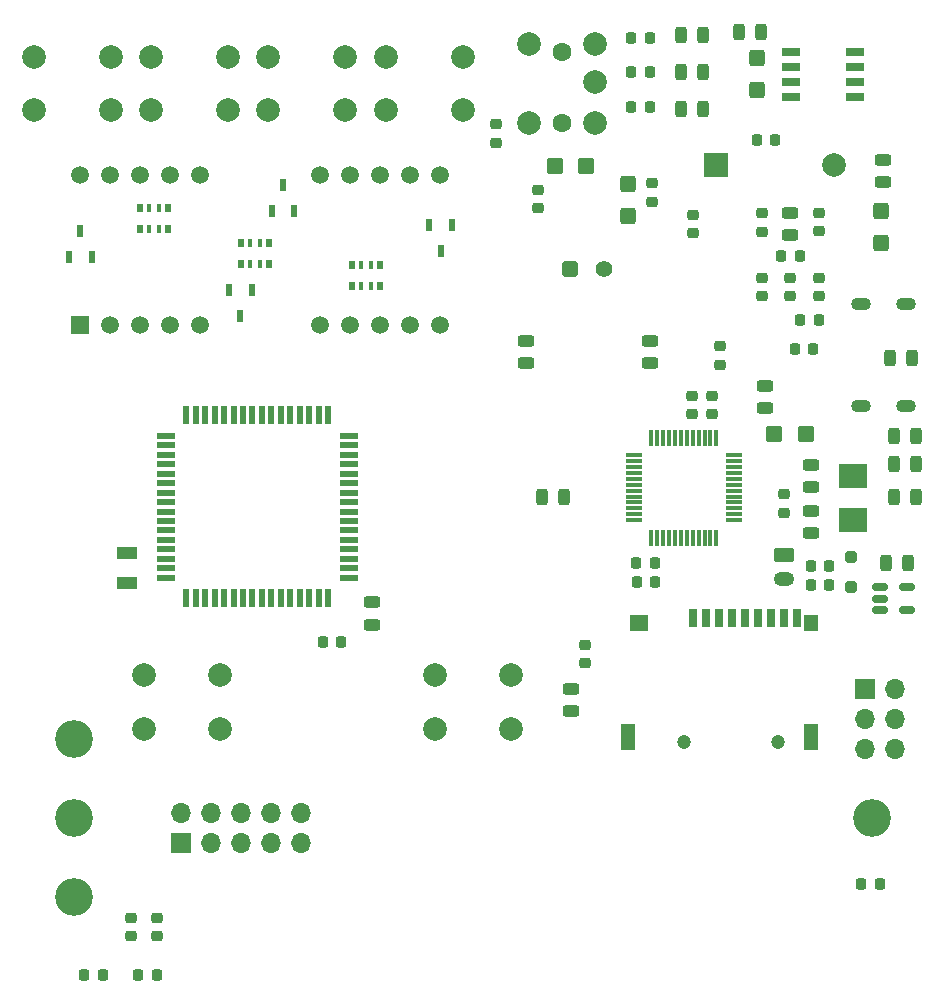
<source format=gbr>
G04 #@! TF.GenerationSoftware,KiCad,Pcbnew,9.0.6-9.0.6~ubuntu24.04.1*
G04 #@! TF.CreationDate,2025-11-22T19:38:21+03:00*
G04 #@! TF.ProjectId,Dreamstalker-PRO-v2,44726561-6d73-4746-916c-6b65722d5052,2.4*
G04 #@! TF.SameCoordinates,Original*
G04 #@! TF.FileFunction,Soldermask,Bot*
G04 #@! TF.FilePolarity,Negative*
%FSLAX46Y46*%
G04 Gerber Fmt 4.6, Leading zero omitted, Abs format (unit mm)*
G04 Created by KiCad (PCBNEW 9.0.6-9.0.6~ubuntu24.04.1) date 2025-11-22 19:38:21*
%MOMM*%
%LPD*%
G01*
G04 APERTURE LIST*
G04 Aperture macros list*
%AMRoundRect*
0 Rectangle with rounded corners*
0 $1 Rounding radius*
0 $2 $3 $4 $5 $6 $7 $8 $9 X,Y pos of 4 corners*
0 Add a 4 corners polygon primitive as box body*
4,1,4,$2,$3,$4,$5,$6,$7,$8,$9,$2,$3,0*
0 Add four circle primitives for the rounded corners*
1,1,$1+$1,$2,$3*
1,1,$1+$1,$4,$5*
1,1,$1+$1,$6,$7*
1,1,$1+$1,$8,$9*
0 Add four rect primitives between the rounded corners*
20,1,$1+$1,$2,$3,$4,$5,0*
20,1,$1+$1,$4,$5,$6,$7,0*
20,1,$1+$1,$6,$7,$8,$9,0*
20,1,$1+$1,$8,$9,$2,$3,0*%
G04 Aperture macros list end*
%ADD10C,2.000000*%
%ADD11R,1.500000X1.500000*%
%ADD12C,1.500000*%
%ADD13R,2.000000X2.000000*%
%ADD14C,3.200000*%
%ADD15R,1.700000X1.700000*%
%ADD16O,1.700000X1.700000*%
%ADD17C,1.600000*%
%ADD18O,1.700000X1.100000*%
%ADD19RoundRect,0.250000X-0.625000X0.350000X-0.625000X-0.350000X0.625000X-0.350000X0.625000X0.350000X0*%
%ADD20O,1.750000X1.200000*%
%ADD21RoundRect,0.350000X-0.350000X-0.350000X0.350000X-0.350000X0.350000X0.350000X-0.350000X0.350000X0*%
%ADD22C,1.400000*%
%ADD23R,0.600000X1.050000*%
%ADD24R,1.550000X0.650000*%
%ADD25R,0.500000X0.800000*%
%ADD26R,0.400000X0.800000*%
%ADD27RoundRect,0.218750X0.256250X-0.218750X0.256250X0.218750X-0.256250X0.218750X-0.256250X-0.218750X0*%
%ADD28RoundRect,0.218750X-0.218750X-0.256250X0.218750X-0.256250X0.218750X0.256250X-0.218750X0.256250X0*%
%ADD29RoundRect,0.218750X0.218750X0.256250X-0.218750X0.256250X-0.218750X-0.256250X0.218750X-0.256250X0*%
%ADD30RoundRect,0.218750X-0.256250X0.218750X-0.256250X-0.218750X0.256250X-0.218750X0.256250X0.218750X0*%
%ADD31RoundRect,0.243750X-0.456250X0.243750X-0.456250X-0.243750X0.456250X-0.243750X0.456250X0.243750X0*%
%ADD32RoundRect,0.243750X0.456250X-0.243750X0.456250X0.243750X-0.456250X0.243750X-0.456250X-0.243750X0*%
%ADD33R,0.300000X1.475000*%
%ADD34R,1.475000X0.300000*%
%ADD35R,2.400000X2.000000*%
%ADD36RoundRect,0.243750X0.243750X0.456250X-0.243750X0.456250X-0.243750X-0.456250X0.243750X-0.456250X0*%
%ADD37RoundRect,0.250000X-0.425000X0.450000X-0.425000X-0.450000X0.425000X-0.450000X0.425000X0.450000X0*%
%ADD38C,1.200000*%
%ADD39R,0.700000X1.600000*%
%ADD40R,1.200000X2.200000*%
%ADD41R,1.200000X1.400000*%
%ADD42R,1.600000X1.400000*%
%ADD43RoundRect,0.250000X-0.450000X-0.425000X0.450000X-0.425000X0.450000X0.425000X-0.450000X0.425000X0*%
%ADD44R,1.800000X1.000000*%
%ADD45R,0.600000X1.500000*%
%ADD46R,1.500000X0.600000*%
%ADD47RoundRect,0.250000X0.450000X0.425000X-0.450000X0.425000X-0.450000X-0.425000X0.450000X-0.425000X0*%
%ADD48RoundRect,0.243750X-0.243750X-0.456250X0.243750X-0.456250X0.243750X0.456250X-0.243750X0.456250X0*%
%ADD49RoundRect,0.250000X0.250000X-0.250000X0.250000X0.250000X-0.250000X0.250000X-0.250000X-0.250000X0*%
%ADD50RoundRect,0.250000X0.425000X-0.450000X0.425000X0.450000X-0.425000X0.450000X-0.425000X-0.450000X0*%
%ADD51RoundRect,0.150000X-0.512500X-0.150000X0.512500X-0.150000X0.512500X0.150000X-0.512500X0.150000X0*%
G04 APERTURE END LIST*
D10*
X101100000Y-98300000D03*
X107600000Y-98300000D03*
X101100000Y-102800000D03*
X107600000Y-102800000D03*
X125750000Y-98300000D03*
X132250000Y-98300000D03*
X125750000Y-102800000D03*
X132250000Y-102800000D03*
D11*
X95750000Y-68650000D03*
D12*
X98290000Y-68650000D03*
X100830000Y-68650000D03*
X103370000Y-68650000D03*
X105910000Y-68650000D03*
X116070000Y-68650000D03*
X118610000Y-68650000D03*
X121150000Y-68650000D03*
X123690000Y-68650000D03*
X126230000Y-68650000D03*
X126230000Y-55950000D03*
X123690000Y-55950000D03*
X121150000Y-55950000D03*
X118610000Y-55950000D03*
X116070000Y-55950000D03*
X105910000Y-55950000D03*
X103370000Y-55950000D03*
X100830000Y-55950000D03*
X98290000Y-55950000D03*
X95750000Y-55950000D03*
D13*
X149600000Y-55050000D03*
D10*
X159600000Y-55050000D03*
D14*
X162750000Y-110350000D03*
X95200000Y-103650000D03*
D15*
X104300000Y-112500000D03*
D16*
X104300000Y-109960000D03*
X106840000Y-112500000D03*
X106840000Y-109960000D03*
X109380000Y-112500000D03*
X109380000Y-109960000D03*
X111920000Y-112500000D03*
X111920000Y-109960000D03*
X114460000Y-112500000D03*
X114460000Y-109960000D03*
D15*
X162200000Y-99450000D03*
D16*
X164740000Y-99450000D03*
X162200000Y-101990000D03*
X164740000Y-101990000D03*
X162200000Y-104530000D03*
X164740000Y-104530000D03*
D17*
X136500000Y-45550000D03*
X136500000Y-51550000D03*
D10*
X139300000Y-48050000D03*
X133700000Y-44850000D03*
X139300000Y-44850000D03*
X133700000Y-51550000D03*
X139300000Y-51550000D03*
D14*
X95200000Y-117050000D03*
D10*
X108250000Y-50450000D03*
X101750000Y-50450000D03*
X108250000Y-45950000D03*
X101750000Y-45950000D03*
D14*
X95200000Y-110350000D03*
D10*
X98350000Y-50450000D03*
X91850000Y-50450000D03*
X98350000Y-45950000D03*
X91850000Y-45950000D03*
X118150000Y-50450000D03*
X111650000Y-50450000D03*
X118150000Y-45950000D03*
X111650000Y-45950000D03*
X128150000Y-50450000D03*
X121650000Y-50450000D03*
X128150000Y-45950000D03*
X121650000Y-45950000D03*
D18*
X161880000Y-75520000D03*
X165680000Y-75520000D03*
X161880000Y-66880000D03*
X165680000Y-66880000D03*
D19*
X155300000Y-88100000D03*
D20*
X155300000Y-90100000D03*
D21*
X137200000Y-63850000D03*
D22*
X140100000Y-63850000D03*
D23*
X96700000Y-62850000D03*
X94800000Y-62850000D03*
X95750000Y-60650000D03*
X108350000Y-65650000D03*
X110250000Y-65650000D03*
X109300000Y-67850000D03*
X113850000Y-59000000D03*
X111950000Y-59000000D03*
X112900000Y-56800000D03*
X125300000Y-60150000D03*
X127200000Y-60150000D03*
X126250000Y-62350000D03*
D24*
X161325000Y-45495000D03*
X161325000Y-46765000D03*
X161325000Y-48035000D03*
X161325000Y-49305000D03*
X155875000Y-49305000D03*
X155875000Y-48035000D03*
X155875000Y-46765000D03*
X155875000Y-45495000D03*
D25*
X100800000Y-58700000D03*
D26*
X101600000Y-58700000D03*
X102400000Y-58700000D03*
D25*
X103200000Y-58700000D03*
X103200000Y-60500000D03*
D26*
X102400000Y-60500000D03*
X101600000Y-60500000D03*
D25*
X100800000Y-60500000D03*
X118750000Y-63550000D03*
D26*
X119550000Y-63550000D03*
X120350000Y-63550000D03*
D25*
X121150000Y-63550000D03*
X121150000Y-65350000D03*
D26*
X120350000Y-65350000D03*
X119550000Y-65350000D03*
D25*
X118750000Y-65350000D03*
X111750000Y-63450000D03*
D26*
X110950000Y-63450000D03*
X110150000Y-63450000D03*
D25*
X109350000Y-63450000D03*
X109350000Y-61650000D03*
D26*
X110150000Y-61650000D03*
X110950000Y-61650000D03*
D25*
X111750000Y-61650000D03*
D27*
X144110000Y-58177500D03*
X144110000Y-56602500D03*
X149900000Y-71987500D03*
X149900000Y-70412500D03*
D28*
X100662500Y-123700000D03*
X102237500Y-123700000D03*
D29*
X154587500Y-53000000D03*
X153012500Y-53000000D03*
D28*
X156712500Y-68200000D03*
X158287500Y-68200000D03*
D29*
X97637500Y-123700000D03*
X96062500Y-123700000D03*
D30*
X153470000Y-59162500D03*
X153470000Y-60737500D03*
X158300000Y-59112500D03*
X158300000Y-60687500D03*
D28*
X156225000Y-70650000D03*
X157800000Y-70650000D03*
D27*
X155850000Y-66187500D03*
X155850000Y-64612500D03*
X158300000Y-66187500D03*
X158300000Y-64612500D03*
D30*
X153500000Y-64612500D03*
X153500000Y-66187500D03*
D27*
X100000000Y-120387500D03*
X100000000Y-118812500D03*
X102250000Y-120387500D03*
X102250000Y-118812500D03*
D28*
X161862500Y-116000000D03*
X163437500Y-116000000D03*
D31*
X133500000Y-70000000D03*
X133500000Y-71875000D03*
X144000000Y-70000000D03*
X144000000Y-71875000D03*
X163700000Y-54662500D03*
X163700000Y-56537500D03*
D32*
X155850000Y-61037500D03*
X155850000Y-59162500D03*
D31*
X157600000Y-84350000D03*
X157600000Y-86225000D03*
D33*
X144100000Y-78162000D03*
X144600000Y-78162000D03*
X145100000Y-78162000D03*
X145600000Y-78162000D03*
X146100000Y-78162000D03*
X146600000Y-78162000D03*
X147100000Y-78162000D03*
X147600000Y-78162000D03*
X148100000Y-78162000D03*
X148600000Y-78162000D03*
X149100000Y-78162000D03*
X149600000Y-78162000D03*
D34*
X151088000Y-79650000D03*
X151088000Y-80150000D03*
X151088000Y-80650000D03*
X151088000Y-81150000D03*
X151088000Y-81650000D03*
X151088000Y-82150000D03*
X151088000Y-82650000D03*
X151088000Y-83150000D03*
X151088000Y-83650000D03*
X151088000Y-84150000D03*
X151088000Y-84650000D03*
X151088000Y-85150000D03*
D33*
X149600000Y-86638000D03*
X149100000Y-86638000D03*
X148600000Y-86638000D03*
X148100000Y-86638000D03*
X147600000Y-86638000D03*
X147100000Y-86638000D03*
X146600000Y-86638000D03*
X146100000Y-86638000D03*
X145600000Y-86638000D03*
X145100000Y-86638000D03*
X144600000Y-86638000D03*
X144100000Y-86638000D03*
D34*
X142612000Y-85150000D03*
X142612000Y-84650000D03*
X142612000Y-84150000D03*
X142612000Y-83650000D03*
X142612000Y-83150000D03*
X142612000Y-82650000D03*
X142612000Y-82150000D03*
X142612000Y-81650000D03*
X142612000Y-81150000D03*
X142612000Y-80650000D03*
X142612000Y-80150000D03*
X142612000Y-79650000D03*
D32*
X157600000Y-82325000D03*
X157600000Y-80450000D03*
D35*
X161200000Y-85100000D03*
X161200000Y-81400000D03*
D27*
X155300000Y-84525000D03*
X155300000Y-82950000D03*
X147650000Y-60875000D03*
X147650000Y-59300000D03*
D30*
X134500000Y-57162500D03*
X134500000Y-58737500D03*
D29*
X143937500Y-44300000D03*
X142362500Y-44300000D03*
X143937500Y-47200000D03*
X142362500Y-47200000D03*
D36*
X148437500Y-47200000D03*
X146562500Y-47200000D03*
X148487500Y-44100000D03*
X146612500Y-44100000D03*
D37*
X153050000Y-46050000D03*
X153050000Y-48750000D03*
D29*
X143937500Y-50150000D03*
X142362500Y-50150000D03*
D36*
X148437500Y-50350000D03*
X146562500Y-50350000D03*
D38*
X154850000Y-103900000D03*
X146850000Y-103900000D03*
D39*
X147650000Y-93400000D03*
X148750000Y-93400000D03*
X149850000Y-93400000D03*
X150950000Y-93400000D03*
X152050000Y-93400000D03*
X153150000Y-93400000D03*
X154250000Y-93400000D03*
X155350000Y-93400000D03*
X156450000Y-93400000D03*
D40*
X157650000Y-103500000D03*
D41*
X157650000Y-93900000D03*
D42*
X143050000Y-93900000D03*
D40*
X142150000Y-103500000D03*
D43*
X154500000Y-77850000D03*
X157200000Y-77850000D03*
D27*
X130900000Y-53187500D03*
X130900000Y-51612500D03*
D28*
X155062500Y-62750000D03*
X156637500Y-62750000D03*
D44*
X99700000Y-90450000D03*
X99700000Y-87950000D03*
D45*
X116720000Y-91770000D03*
X115920000Y-91770000D03*
X115120000Y-91770000D03*
X114320000Y-91770000D03*
X113520000Y-91770000D03*
X112720000Y-91770000D03*
X111920000Y-91770000D03*
X111120000Y-91770000D03*
X110320000Y-91770000D03*
X109520000Y-91770000D03*
X108720000Y-91770000D03*
X107920000Y-91770000D03*
X107120000Y-91770000D03*
X106320000Y-91770000D03*
X105520000Y-91770000D03*
X104720000Y-91770000D03*
D46*
X102970000Y-90020000D03*
X102970000Y-89220000D03*
X102970000Y-88420000D03*
X102970000Y-87620000D03*
X102970000Y-86820000D03*
X102970000Y-86020000D03*
X102970000Y-85220000D03*
X102970000Y-84420000D03*
X102970000Y-83620000D03*
X102970000Y-82820000D03*
X102970000Y-82020000D03*
X102970000Y-81220000D03*
X102970000Y-80420000D03*
X102970000Y-79620000D03*
X102970000Y-78820000D03*
X102970000Y-78020000D03*
D45*
X104720000Y-76270000D03*
X105520000Y-76270000D03*
X106320000Y-76270000D03*
X107120000Y-76270000D03*
X107920000Y-76270000D03*
X108720000Y-76270000D03*
X109520000Y-76270000D03*
X110320000Y-76270000D03*
X111120000Y-76270000D03*
X111920000Y-76270000D03*
X112720000Y-76270000D03*
X113520000Y-76270000D03*
X114320000Y-76270000D03*
X115120000Y-76270000D03*
X115920000Y-76270000D03*
X116720000Y-76270000D03*
D46*
X118470000Y-78020000D03*
X118470000Y-78820000D03*
X118470000Y-79620000D03*
X118470000Y-80420000D03*
X118470000Y-81220000D03*
X118470000Y-82020000D03*
X118470000Y-82820000D03*
X118470000Y-83620000D03*
X118470000Y-84420000D03*
X118470000Y-85220000D03*
X118470000Y-86020000D03*
X118470000Y-86820000D03*
X118470000Y-87620000D03*
X118470000Y-88420000D03*
X118470000Y-89220000D03*
X118470000Y-90020000D03*
D37*
X142150000Y-56710000D03*
X142150000Y-59410000D03*
D30*
X147530000Y-74602500D03*
X147530000Y-76177500D03*
X149190000Y-74602500D03*
X149190000Y-76177500D03*
D28*
X142832500Y-88810000D03*
X144407500Y-88810000D03*
X142842500Y-90430000D03*
X144417500Y-90430000D03*
D31*
X120410000Y-92122500D03*
X120410000Y-93997500D03*
D47*
X138600000Y-55170000D03*
X135900000Y-55170000D03*
D48*
X134832500Y-83210000D03*
X136707500Y-83210000D03*
D31*
X153750000Y-73772500D03*
X153750000Y-75647500D03*
D36*
X166187500Y-71450000D03*
X164312500Y-71450000D03*
D48*
X151525000Y-43800000D03*
X153400000Y-43800000D03*
D49*
X161000000Y-90800000D03*
X161000000Y-88300000D03*
D36*
X166500000Y-78000000D03*
X164625000Y-78000000D03*
D50*
X163500000Y-61700000D03*
X163500000Y-59000000D03*
D32*
X137300000Y-101337500D03*
X137300000Y-99462500D03*
D36*
X166500000Y-80400000D03*
X164625000Y-80400000D03*
X165800000Y-88800000D03*
X163925000Y-88800000D03*
D28*
X157582500Y-90620000D03*
X159157500Y-90620000D03*
D51*
X163462500Y-92750000D03*
X163462500Y-91800000D03*
X163462500Y-90850000D03*
X165737500Y-90850000D03*
X165737500Y-92750000D03*
D28*
X116275000Y-95500000D03*
X117850000Y-95500000D03*
D36*
X166500000Y-83200000D03*
X164625000Y-83200000D03*
D29*
X159147500Y-89060000D03*
X157572500Y-89060000D03*
D27*
X138500000Y-97287500D03*
X138500000Y-95712500D03*
M02*

</source>
